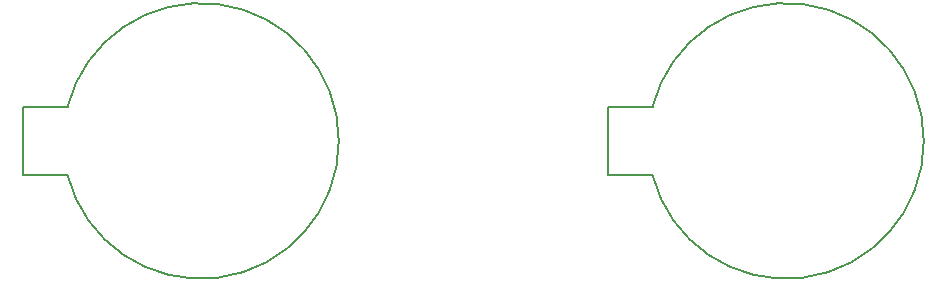
<source format=gbr>
%TF.GenerationSoftware,KiCad,Pcbnew,8.0.8*%
%TF.CreationDate,2025-02-15T13:49:33+02:00*%
%TF.ProjectId,Solder practice heart,536f6c64-6572-4207-9072-616374696365,rev?*%
%TF.SameCoordinates,Original*%
%TF.FileFunction,Legend,Bot*%
%TF.FilePolarity,Positive*%
%FSLAX46Y46*%
G04 Gerber Fmt 4.6, Leading zero omitted, Abs format (unit mm)*
G04 Created by KiCad (PCBNEW 8.0.8) date 2025-02-15 13:49:33*
%MOMM*%
%LPD*%
G01*
G04 APERTURE LIST*
%ADD10C,0.150000*%
G04 APERTURE END LIST*
D10*
%TO.C,BAT1*%
X113960000Y-141330000D02*
X113960000Y-135530000D01*
X117700000Y-135530000D02*
X113960000Y-135530000D01*
X117700000Y-141330000D02*
X113960000Y-141330000D01*
X117700000Y-135530000D02*
G75*
G02*
X117700000Y-141330000I11301935J-2900000D01*
G01*
%TO.C,BAT2*%
X163490000Y-141330000D02*
X163490000Y-135530000D01*
X167230000Y-135530000D02*
X163490000Y-135530000D01*
X167230000Y-141330000D02*
X163490000Y-141330000D01*
X167230000Y-135530000D02*
G75*
G02*
X167230000Y-141330000I11301935J-2900000D01*
G01*
%TD*%
M02*

</source>
